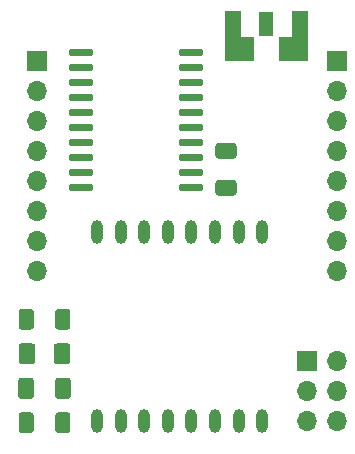
<source format=gbr>
%TF.GenerationSoftware,KiCad,Pcbnew,5.1.8*%
%TF.CreationDate,2020-11-15T15:28:23+01:00*%
%TF.ProjectId,LORA_ATTINY_v3,4c4f5241-5f41-4545-9449-4e595f76332e,rev?*%
%TF.SameCoordinates,Original*%
%TF.FileFunction,Soldermask,Top*%
%TF.FilePolarity,Negative*%
%FSLAX46Y46*%
G04 Gerber Fmt 4.6, Leading zero omitted, Abs format (unit mm)*
G04 Created by KiCad (PCBNEW 5.1.8) date 2020-11-15 15:28:23*
%MOMM*%
%LPD*%
G01*
G04 APERTURE LIST*
%ADD10C,0.100000*%
%ADD11R,1.200000X2.100000*%
%ADD12R,1.700000X1.700000*%
%ADD13O,1.700000X1.700000*%
%ADD14O,1.000000X2.000000*%
G04 APERTURE END LIST*
D10*
%TO.C,ANT1*%
G36*
X78903280Y-43661200D02*
G01*
X80003280Y-43661200D01*
X80003280Y-41461200D01*
X81353280Y-41461200D01*
X81353280Y-45661200D01*
X78903280Y-45661200D01*
X78903280Y-43661200D01*
G37*
G36*
X74351600Y-41461200D02*
G01*
X75701600Y-41461200D01*
X75701600Y-43661200D01*
X76801600Y-43661200D01*
X76801600Y-45661200D01*
X74351600Y-45661200D01*
X74351600Y-41461200D01*
G37*
D11*
X77851000Y-42570400D03*
%TD*%
%TO.C,C1*%
G36*
G01*
X75072001Y-57089000D02*
X73771999Y-57089000D01*
G75*
G02*
X73522000Y-56839001I0J249999D01*
G01*
X73522000Y-56013999D01*
G75*
G02*
X73771999Y-55764000I249999J0D01*
G01*
X75072001Y-55764000D01*
G75*
G02*
X75322000Y-56013999I0J-249999D01*
G01*
X75322000Y-56839001D01*
G75*
G02*
X75072001Y-57089000I-249999J0D01*
G01*
G37*
G36*
G01*
X75072001Y-53964000D02*
X73771999Y-53964000D01*
G75*
G02*
X73522000Y-53714001I0J249999D01*
G01*
X73522000Y-52888999D01*
G75*
G02*
X73771999Y-52639000I249999J0D01*
G01*
X75072001Y-52639000D01*
G75*
G02*
X75322000Y-52888999I0J-249999D01*
G01*
X75322000Y-53714001D01*
G75*
G02*
X75072001Y-53964000I-249999J0D01*
G01*
G37*
%TD*%
%TO.C,C2*%
G36*
G01*
X59955000Y-74056001D02*
X59955000Y-72755999D01*
G75*
G02*
X60204999Y-72506000I249999J0D01*
G01*
X61030001Y-72506000D01*
G75*
G02*
X61280000Y-72755999I0J-249999D01*
G01*
X61280000Y-74056001D01*
G75*
G02*
X61030001Y-74306000I-249999J0D01*
G01*
X60204999Y-74306000D01*
G75*
G02*
X59955000Y-74056001I0J249999D01*
G01*
G37*
G36*
G01*
X56830000Y-74056001D02*
X56830000Y-72755999D01*
G75*
G02*
X57079999Y-72506000I249999J0D01*
G01*
X57905001Y-72506000D01*
G75*
G02*
X58155000Y-72755999I0J-249999D01*
G01*
X58155000Y-74056001D01*
G75*
G02*
X57905001Y-74306000I-249999J0D01*
G01*
X57079999Y-74306000D01*
G75*
G02*
X56830000Y-74056001I0J249999D01*
G01*
G37*
%TD*%
%TO.C,D1*%
G36*
G01*
X61255000Y-69860000D02*
X61255000Y-71110000D01*
G75*
G02*
X61005000Y-71360000I-250000J0D01*
G01*
X60080000Y-71360000D01*
G75*
G02*
X59830000Y-71110000I0J250000D01*
G01*
X59830000Y-69860000D01*
G75*
G02*
X60080000Y-69610000I250000J0D01*
G01*
X61005000Y-69610000D01*
G75*
G02*
X61255000Y-69860000I0J-250000D01*
G01*
G37*
G36*
G01*
X58280000Y-69860000D02*
X58280000Y-71110000D01*
G75*
G02*
X58030000Y-71360000I-250000J0D01*
G01*
X57105000Y-71360000D01*
G75*
G02*
X56855000Y-71110000I0J250000D01*
G01*
X56855000Y-69860000D01*
G75*
G02*
X57105000Y-69610000I250000J0D01*
G01*
X58030000Y-69610000D01*
G75*
G02*
X58280000Y-69860000I0J-250000D01*
G01*
G37*
%TD*%
D12*
%TO.C,J1*%
X58420000Y-45720000D03*
D13*
X58420000Y-48260000D03*
X58420000Y-50800000D03*
X58420000Y-53340000D03*
X58420000Y-55880000D03*
X58420000Y-58420000D03*
X58420000Y-60960000D03*
X58420000Y-63500000D03*
%TD*%
%TO.C,J2*%
X83820000Y-63500000D03*
X83820000Y-60960000D03*
X83820000Y-58420000D03*
X83820000Y-55880000D03*
X83820000Y-53340000D03*
X83820000Y-50800000D03*
X83820000Y-48260000D03*
D12*
X83820000Y-45720000D03*
%TD*%
%TO.C,UPDI*%
X81280000Y-71120000D03*
D13*
X83820000Y-71120000D03*
X81280000Y-73660000D03*
X83820000Y-73660000D03*
X81280000Y-76200000D03*
X83820000Y-76200000D03*
%TD*%
%TO.C,R1*%
G36*
G01*
X59955000Y-68189000D02*
X59955000Y-66939000D01*
G75*
G02*
X60205000Y-66689000I250000J0D01*
G01*
X61005000Y-66689000D01*
G75*
G02*
X61255000Y-66939000I0J-250000D01*
G01*
X61255000Y-68189000D01*
G75*
G02*
X61005000Y-68439000I-250000J0D01*
G01*
X60205000Y-68439000D01*
G75*
G02*
X59955000Y-68189000I0J250000D01*
G01*
G37*
G36*
G01*
X56855000Y-68189000D02*
X56855000Y-66939000D01*
G75*
G02*
X57105000Y-66689000I250000J0D01*
G01*
X57905000Y-66689000D01*
G75*
G02*
X58155000Y-66939000I0J-250000D01*
G01*
X58155000Y-68189000D01*
G75*
G02*
X57905000Y-68439000I-250000J0D01*
G01*
X57105000Y-68439000D01*
G75*
G02*
X56855000Y-68189000I0J250000D01*
G01*
G37*
%TD*%
%TO.C,R2*%
G36*
G01*
X61255000Y-75702000D02*
X61255000Y-76952000D01*
G75*
G02*
X61005000Y-77202000I-250000J0D01*
G01*
X60205000Y-77202000D01*
G75*
G02*
X59955000Y-76952000I0J250000D01*
G01*
X59955000Y-75702000D01*
G75*
G02*
X60205000Y-75452000I250000J0D01*
G01*
X61005000Y-75452000D01*
G75*
G02*
X61255000Y-75702000I0J-250000D01*
G01*
G37*
G36*
G01*
X58155000Y-75702000D02*
X58155000Y-76952000D01*
G75*
G02*
X57905000Y-77202000I-250000J0D01*
G01*
X57105000Y-77202000D01*
G75*
G02*
X56855000Y-76952000I0J250000D01*
G01*
X56855000Y-75702000D01*
G75*
G02*
X57105000Y-75452000I250000J0D01*
G01*
X57905000Y-75452000D01*
G75*
G02*
X58155000Y-75702000I0J-250000D01*
G01*
G37*
%TD*%
D14*
%TO.C,RFM95*%
X63500000Y-76200000D03*
X65500000Y-76200000D03*
X67500000Y-76200000D03*
X69500000Y-76200000D03*
X71500000Y-76200000D03*
X73500000Y-76200000D03*
X75500000Y-76200000D03*
X77500000Y-76200000D03*
X77500000Y-60200000D03*
X75500000Y-60200000D03*
X73500000Y-60200000D03*
X71500000Y-60200000D03*
X69500000Y-60200000D03*
X67500000Y-60200000D03*
X65500000Y-60200000D03*
X63500000Y-60200000D03*
%TD*%
%TO.C,ATTiny 3216*%
G36*
G01*
X72477000Y-56238000D02*
X72477000Y-56538000D01*
G75*
G02*
X72327000Y-56688000I-150000J0D01*
G01*
X70577000Y-56688000D01*
G75*
G02*
X70427000Y-56538000I0J150000D01*
G01*
X70427000Y-56238000D01*
G75*
G02*
X70577000Y-56088000I150000J0D01*
G01*
X72327000Y-56088000D01*
G75*
G02*
X72477000Y-56238000I0J-150000D01*
G01*
G37*
G36*
G01*
X72477000Y-54968000D02*
X72477000Y-55268000D01*
G75*
G02*
X72327000Y-55418000I-150000J0D01*
G01*
X70577000Y-55418000D01*
G75*
G02*
X70427000Y-55268000I0J150000D01*
G01*
X70427000Y-54968000D01*
G75*
G02*
X70577000Y-54818000I150000J0D01*
G01*
X72327000Y-54818000D01*
G75*
G02*
X72477000Y-54968000I0J-150000D01*
G01*
G37*
G36*
G01*
X72477000Y-53698000D02*
X72477000Y-53998000D01*
G75*
G02*
X72327000Y-54148000I-150000J0D01*
G01*
X70577000Y-54148000D01*
G75*
G02*
X70427000Y-53998000I0J150000D01*
G01*
X70427000Y-53698000D01*
G75*
G02*
X70577000Y-53548000I150000J0D01*
G01*
X72327000Y-53548000D01*
G75*
G02*
X72477000Y-53698000I0J-150000D01*
G01*
G37*
G36*
G01*
X72477000Y-52428000D02*
X72477000Y-52728000D01*
G75*
G02*
X72327000Y-52878000I-150000J0D01*
G01*
X70577000Y-52878000D01*
G75*
G02*
X70427000Y-52728000I0J150000D01*
G01*
X70427000Y-52428000D01*
G75*
G02*
X70577000Y-52278000I150000J0D01*
G01*
X72327000Y-52278000D01*
G75*
G02*
X72477000Y-52428000I0J-150000D01*
G01*
G37*
G36*
G01*
X72477000Y-51158000D02*
X72477000Y-51458000D01*
G75*
G02*
X72327000Y-51608000I-150000J0D01*
G01*
X70577000Y-51608000D01*
G75*
G02*
X70427000Y-51458000I0J150000D01*
G01*
X70427000Y-51158000D01*
G75*
G02*
X70577000Y-51008000I150000J0D01*
G01*
X72327000Y-51008000D01*
G75*
G02*
X72477000Y-51158000I0J-150000D01*
G01*
G37*
G36*
G01*
X72477000Y-49888000D02*
X72477000Y-50188000D01*
G75*
G02*
X72327000Y-50338000I-150000J0D01*
G01*
X70577000Y-50338000D01*
G75*
G02*
X70427000Y-50188000I0J150000D01*
G01*
X70427000Y-49888000D01*
G75*
G02*
X70577000Y-49738000I150000J0D01*
G01*
X72327000Y-49738000D01*
G75*
G02*
X72477000Y-49888000I0J-150000D01*
G01*
G37*
G36*
G01*
X72477000Y-48618000D02*
X72477000Y-48918000D01*
G75*
G02*
X72327000Y-49068000I-150000J0D01*
G01*
X70577000Y-49068000D01*
G75*
G02*
X70427000Y-48918000I0J150000D01*
G01*
X70427000Y-48618000D01*
G75*
G02*
X70577000Y-48468000I150000J0D01*
G01*
X72327000Y-48468000D01*
G75*
G02*
X72477000Y-48618000I0J-150000D01*
G01*
G37*
G36*
G01*
X72477000Y-47348000D02*
X72477000Y-47648000D01*
G75*
G02*
X72327000Y-47798000I-150000J0D01*
G01*
X70577000Y-47798000D01*
G75*
G02*
X70427000Y-47648000I0J150000D01*
G01*
X70427000Y-47348000D01*
G75*
G02*
X70577000Y-47198000I150000J0D01*
G01*
X72327000Y-47198000D01*
G75*
G02*
X72477000Y-47348000I0J-150000D01*
G01*
G37*
G36*
G01*
X72477000Y-46078000D02*
X72477000Y-46378000D01*
G75*
G02*
X72327000Y-46528000I-150000J0D01*
G01*
X70577000Y-46528000D01*
G75*
G02*
X70427000Y-46378000I0J150000D01*
G01*
X70427000Y-46078000D01*
G75*
G02*
X70577000Y-45928000I150000J0D01*
G01*
X72327000Y-45928000D01*
G75*
G02*
X72477000Y-46078000I0J-150000D01*
G01*
G37*
G36*
G01*
X72477000Y-44808000D02*
X72477000Y-45108000D01*
G75*
G02*
X72327000Y-45258000I-150000J0D01*
G01*
X70577000Y-45258000D01*
G75*
G02*
X70427000Y-45108000I0J150000D01*
G01*
X70427000Y-44808000D01*
G75*
G02*
X70577000Y-44658000I150000J0D01*
G01*
X72327000Y-44658000D01*
G75*
G02*
X72477000Y-44808000I0J-150000D01*
G01*
G37*
G36*
G01*
X63177000Y-44808000D02*
X63177000Y-45108000D01*
G75*
G02*
X63027000Y-45258000I-150000J0D01*
G01*
X61277000Y-45258000D01*
G75*
G02*
X61127000Y-45108000I0J150000D01*
G01*
X61127000Y-44808000D01*
G75*
G02*
X61277000Y-44658000I150000J0D01*
G01*
X63027000Y-44658000D01*
G75*
G02*
X63177000Y-44808000I0J-150000D01*
G01*
G37*
G36*
G01*
X63177000Y-46078000D02*
X63177000Y-46378000D01*
G75*
G02*
X63027000Y-46528000I-150000J0D01*
G01*
X61277000Y-46528000D01*
G75*
G02*
X61127000Y-46378000I0J150000D01*
G01*
X61127000Y-46078000D01*
G75*
G02*
X61277000Y-45928000I150000J0D01*
G01*
X63027000Y-45928000D01*
G75*
G02*
X63177000Y-46078000I0J-150000D01*
G01*
G37*
G36*
G01*
X63177000Y-47348000D02*
X63177000Y-47648000D01*
G75*
G02*
X63027000Y-47798000I-150000J0D01*
G01*
X61277000Y-47798000D01*
G75*
G02*
X61127000Y-47648000I0J150000D01*
G01*
X61127000Y-47348000D01*
G75*
G02*
X61277000Y-47198000I150000J0D01*
G01*
X63027000Y-47198000D01*
G75*
G02*
X63177000Y-47348000I0J-150000D01*
G01*
G37*
G36*
G01*
X63177000Y-48618000D02*
X63177000Y-48918000D01*
G75*
G02*
X63027000Y-49068000I-150000J0D01*
G01*
X61277000Y-49068000D01*
G75*
G02*
X61127000Y-48918000I0J150000D01*
G01*
X61127000Y-48618000D01*
G75*
G02*
X61277000Y-48468000I150000J0D01*
G01*
X63027000Y-48468000D01*
G75*
G02*
X63177000Y-48618000I0J-150000D01*
G01*
G37*
G36*
G01*
X63177000Y-49888000D02*
X63177000Y-50188000D01*
G75*
G02*
X63027000Y-50338000I-150000J0D01*
G01*
X61277000Y-50338000D01*
G75*
G02*
X61127000Y-50188000I0J150000D01*
G01*
X61127000Y-49888000D01*
G75*
G02*
X61277000Y-49738000I150000J0D01*
G01*
X63027000Y-49738000D01*
G75*
G02*
X63177000Y-49888000I0J-150000D01*
G01*
G37*
G36*
G01*
X63177000Y-51158000D02*
X63177000Y-51458000D01*
G75*
G02*
X63027000Y-51608000I-150000J0D01*
G01*
X61277000Y-51608000D01*
G75*
G02*
X61127000Y-51458000I0J150000D01*
G01*
X61127000Y-51158000D01*
G75*
G02*
X61277000Y-51008000I150000J0D01*
G01*
X63027000Y-51008000D01*
G75*
G02*
X63177000Y-51158000I0J-150000D01*
G01*
G37*
G36*
G01*
X63177000Y-52428000D02*
X63177000Y-52728000D01*
G75*
G02*
X63027000Y-52878000I-150000J0D01*
G01*
X61277000Y-52878000D01*
G75*
G02*
X61127000Y-52728000I0J150000D01*
G01*
X61127000Y-52428000D01*
G75*
G02*
X61277000Y-52278000I150000J0D01*
G01*
X63027000Y-52278000D01*
G75*
G02*
X63177000Y-52428000I0J-150000D01*
G01*
G37*
G36*
G01*
X63177000Y-53698000D02*
X63177000Y-53998000D01*
G75*
G02*
X63027000Y-54148000I-150000J0D01*
G01*
X61277000Y-54148000D01*
G75*
G02*
X61127000Y-53998000I0J150000D01*
G01*
X61127000Y-53698000D01*
G75*
G02*
X61277000Y-53548000I150000J0D01*
G01*
X63027000Y-53548000D01*
G75*
G02*
X63177000Y-53698000I0J-150000D01*
G01*
G37*
G36*
G01*
X63177000Y-54968000D02*
X63177000Y-55268000D01*
G75*
G02*
X63027000Y-55418000I-150000J0D01*
G01*
X61277000Y-55418000D01*
G75*
G02*
X61127000Y-55268000I0J150000D01*
G01*
X61127000Y-54968000D01*
G75*
G02*
X61277000Y-54818000I150000J0D01*
G01*
X63027000Y-54818000D01*
G75*
G02*
X63177000Y-54968000I0J-150000D01*
G01*
G37*
G36*
G01*
X63177000Y-56238000D02*
X63177000Y-56538000D01*
G75*
G02*
X63027000Y-56688000I-150000J0D01*
G01*
X61277000Y-56688000D01*
G75*
G02*
X61127000Y-56538000I0J150000D01*
G01*
X61127000Y-56238000D01*
G75*
G02*
X61277000Y-56088000I150000J0D01*
G01*
X63027000Y-56088000D01*
G75*
G02*
X63177000Y-56238000I0J-150000D01*
G01*
G37*
%TD*%
M02*

</source>
